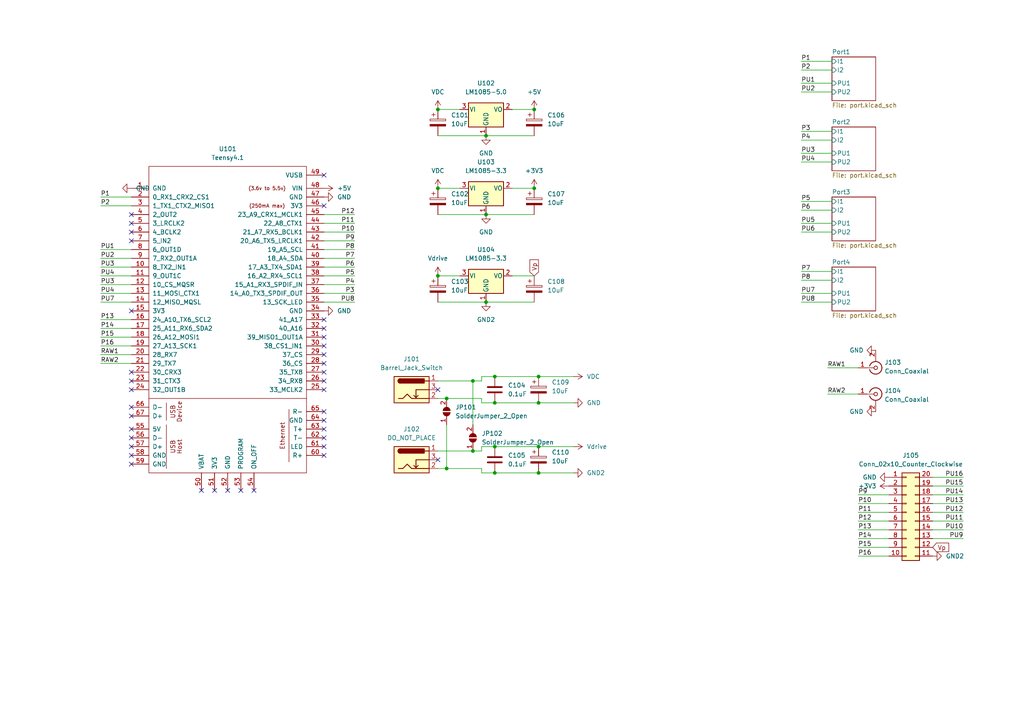
<source format=kicad_sch>
(kicad_sch (version 20211123) (generator eeschema)
  (paper "A4")
  (lib_symbols
    (symbol "Connector:Barrel_Jack_Switch" (pin_names hide)
      (property "Reference" "J" (at 0 5.334 0))
      (property "Value" "Barrel_Jack_Switch" (at 0 -5.08 0))
      (symbol "Barrel_Jack_Switch_0_1"
        (rectangle (start -5.08 3.81) (end 5.08 -3.81) (stroke (width 0.254)) (fill (type background)))
        (arc (start -3.302 3.175) (mid -3.937 2.54) (end -3.302 1.905) (stroke (width 0.254)))
        (arc (start -3.302 3.175) (mid -3.937 2.54) (end -3.302 1.905) (stroke (width 0.254)) (fill (type outline)))
        (polyline (pts (xy 1.27 -2.286) (xy 1.905 -1.651)) (stroke (width 0.254)))
        (polyline (pts (xy 5.08 2.54) (xy 3.81 2.54)) (stroke (width 0.254)))
        (polyline (pts (xy 5.08 0) (xy 1.27 0) (xy 1.27 -2.286) (xy 0.635 -1.651)) (stroke (width 0.254)))
        (polyline (pts (xy -3.81 -2.54) (xy -2.54 -2.54) (xy -1.27 -1.27) (xy 0 -2.54) (xy 2.54 -2.54) (xy 5.08 -2.54)) (stroke (width 0.254)))
        (rectangle (start 3.683 3.175) (end -3.302 1.905) (stroke (width 0.254)) (fill (type outline)))
      )
      (symbol "Barrel_Jack_Switch_1_1"
        (pin passive line (at 7.62 2.54 180) (length 2.54) (name "~") (number "1"))
        (pin passive line (at 7.62 -2.54 180) (length 2.54) (name "~") (number "2"))
        (pin passive line (at 7.62 0 180) (length 2.54) (name "~") (number "3"))
      )
    )
    (symbol "Connector:Conn_Coaxial" (pin_names (offset 1.016) hide)
      (property "Reference" "J" (at 0.254 3.048 0))
      (property "Value" "Conn_Coaxial" (at 2.921 0 90))
      (symbol "Conn_Coaxial_0_1"
        (arc (start -1.778 -0.508) (mid 0.222 -1.808) (end 1.778 0) (stroke (width 0.254)))
        (polyline (pts (xy -2.54 0) (xy -0.508 0)))
        (polyline (pts (xy 0 -2.54) (xy 0 -1.778)))
        (circle (center 0 0) (radius 0.508) (stroke (width 0.2032)))
        (arc (start 1.778 0) (mid 0.2221 1.8083) (end -1.778 0.508) (stroke (width 0.254)))
      )
      (symbol "Conn_Coaxial_1_1"
        (pin passive line (at -5.08 0 0) (length 2.54) (name "In") (number "1"))
        (pin passive line (at 0 -5.08 90) (length 2.54) (name "Ext") (number "2"))
      )
    )
    (symbol "Connector_Generic:Conn_02x10_Counter_Clockwise" (pin_names (offset 1.016) hide)
      (property "Reference" "J" (at 1.27 12.7 0))
      (property "Value" "Conn_02x10_Counter_Clockwise" (at 1.27 -15.24 0))
      (symbol "Conn_02x10_Counter_Clockwise_1_1"
        (rectangle (start -1.27 -12.573) (end 0 -12.827) (stroke (width 0.1524)))
        (rectangle (start -1.27 -10.033) (end 0 -10.287) (stroke (width 0.1524)))
        (rectangle (start -1.27 -7.493) (end 0 -7.747) (stroke (width 0.1524)))
        (rectangle (start -1.27 -4.953) (end 0 -5.207) (stroke (width 0.1524)))
        (rectangle (start -1.27 -2.413) (end 0 -2.667) (stroke (width 0.1524)))
        (rectangle (start -1.27 0.127) (end 0 -0.127) (stroke (width 0.1524)))
        (rectangle (start -1.27 2.667) (end 0 2.413) (stroke (width 0.1524)))
        (rectangle (start -1.27 5.207) (end 0 4.953) (stroke (width 0.1524)))
        (rectangle (start -1.27 7.747) (end 0 7.493) (stroke (width 0.1524)))
        (rectangle (start -1.27 10.287) (end 0 10.033) (stroke (width 0.1524)))
        (rectangle (start -1.27 11.43) (end 3.81 -13.97) (stroke (width 0.254)) (fill (type background)))
        (rectangle (start 3.81 -12.573) (end 2.54 -12.827) (stroke (width 0.1524)))
        (rectangle (start 3.81 -10.033) (end 2.54 -10.287) (stroke (width 0.1524)))
        (rectangle (start 3.81 -7.493) (end 2.54 -7.747) (stroke (width 0.1524)))
        (rectangle (start 3.81 -4.953) (end 2.54 -5.207) (stroke (width 0.1524)))
        (rectangle (start 3.81 -2.413) (end 2.54 -2.667) (stroke (width 0.1524)))
        (rectangle (start 3.81 0.127) (end 2.54 -0.127) (stroke (width 0.1524)))
        (rectangle (start 3.81 2.667) (end 2.54 2.413) (stroke (width 0.1524)))
        (rectangle (start 3.81 5.207) (end 2.54 4.953) (stroke (width 0.1524)))
        (rectangle (start 3.81 7.747) (end 2.54 7.493) (stroke (width 0.1524)))
        (rectangle (start 3.81 10.287) (end 2.54 10.033) (stroke (width 0.1524)))
        (pin passive line (at -5.08 10.16 0) (length 3.81) (name "Pin_1") (number "1"))
        (pin passive line (at -5.08 -12.7 0) (length 3.81) (name "Pin_10") (number "10"))
        (pin passive line (at 7.62 -12.7 180) (length 3.81) (name "Pin_11") (number "11"))
        (pin passive line (at 7.62 -10.16 180) (length 3.81) (name "Pin_12") (number "12"))
        (pin passive line (at 7.62 -7.62 180) (length 3.81) (name "Pin_13") (number "13"))
        (pin passive line (at 7.62 -5.08 180) (length 3.81) (name "Pin_14") (number "14"))
        (pin passive line (at 7.62 -2.54 180) (length 3.81) (name "Pin_15") (number "15"))
        (pin passive line (at 7.62 0 180) (length 3.81) (name "Pin_16") (number "16"))
        (pin passive line (at 7.62 2.54 180) (length 3.81) (name "Pin_17") (number "17"))
        (pin passive line (at 7.62 5.08 180) (length 3.81) (name "Pin_18") (number "18"))
        (pin passive line (at 7.62 7.62 180) (length 3.81) (name "Pin_19") (number "19"))
        (pin passive line (at -5.08 7.62 0) (length 3.81) (name "Pin_2") (number "2"))
        (pin passive line (at 7.62 10.16 180) (length 3.81) (name "Pin_20") (number "20"))
        (pin passive line (at -5.08 5.08 0) (length 3.81) (name "Pin_3") (number "3"))
        (pin passive line (at -5.08 2.54 0) (length 3.81) (name "Pin_4") (number "4"))
        (pin passive line (at -5.08 0 0) (length 3.81) (name "Pin_5") (number "5"))
        (pin passive line (at -5.08 -2.54 0) (length 3.81) (name "Pin_6") (number "6"))
        (pin passive line (at -5.08 -5.08 0) (length 3.81) (name "Pin_7") (number "7"))
        (pin passive line (at -5.08 -7.62 0) (length 3.81) (name "Pin_8") (number "8"))
        (pin passive line (at -5.08 -10.16 0) (length 3.81) (name "Pin_9") (number "9"))
      )
    )
    (symbol "Device:C" (pin_numbers hide) (pin_names (offset 0.254))
      (property "Reference" "C" (at 0.635 2.54 0))
      (property "Value" "C" (at 0.635 -2.54 0))
      (symbol "C_0_1"
        (polyline (pts (xy -2.032 -0.762) (xy 2.032 -0.762)) (stroke (width 0.508)))
        (polyline (pts (xy -2.032 0.762) (xy 2.032 0.762)) (stroke (width 0.508)))
      )
      (symbol "C_1_1"
        (pin passive line (at 0 3.81 270) (length 2.794) (name "~") (number "1"))
        (pin passive line (at 0 -3.81 90) (length 2.794) (name "~") (number "2"))
      )
    )
    (symbol "Device:C_Polarized" (pin_numbers hide) (pin_names (offset 0.254))
      (property "Reference" "C" (at 0.635 2.54 0))
      (property "Value" "C_Polarized" (at 0.635 -2.54 0))
      (symbol "C_Polarized_0_1"
        (rectangle (start -2.286 0.508) (end 2.286 1.016))
        (polyline (pts (xy -1.778 2.286) (xy -0.762 2.286)))
        (polyline (pts (xy -1.27 2.794) (xy -1.27 1.778)))
        (rectangle (start 2.286 -0.508) (end -2.286 -1.016) (fill (type outline)))
      )
      (symbol "C_Polarized_1_1"
        (pin passive line (at 0 3.81 270) (length 2.794) (name "~") (number "1"))
        (pin passive line (at 0 -3.81 90) (length 2.794) (name "~") (number "2"))
      )
    )
    (symbol "Jumper:SolderJumper_2_Open" (pin_names (offset 0) hide)
      (property "Reference" "JP" (at 0 2.032 0))
      (property "Value" "SolderJumper_2_Open" (at 0 -2.54 0))
      (symbol "SolderJumper_2_Open_0_1"
        (arc (start -0.254 1.016) (mid -1.27 0) (end -0.254 -1.016))
        (arc (start -0.254 1.016) (mid -1.27 0) (end -0.254 -1.016) (fill (type outline)))
        (polyline (pts (xy -0.254 1.016) (xy -0.254 -1.016)))
        (polyline (pts (xy 0.254 1.016) (xy 0.254 -1.016)))
        (arc (start 0.254 -1.016) (mid 1.27 0) (end 0.254 1.016))
        (arc (start 0.254 -1.016) (mid 1.27 0) (end 0.254 1.016) (fill (type outline)))
      )
      (symbol "SolderJumper_2_Open_1_1"
        (pin passive line (at -3.81 0 0) (length 2.54) (name "A") (number "1"))
        (pin passive line (at 3.81 0 180) (length 2.54) (name "B") (number "2"))
      )
    )
    (symbol "Regulator_Linear:LM1085-3.3" (pin_names (offset 0.254))
      (property "Reference" "U" (at -3.81 3.175 0))
      (property "Value" "LM1085-3.3" (at 0 3.175 0))
      (symbol "LM1085-3.3_0_1"
        (rectangle (start -5.08 1.905) (end 5.08 -5.08) (stroke (width 0.254)) (fill (type background)))
      )
      (symbol "LM1085-3.3_1_1"
        (pin power_in line (at 0 -7.62 90) (length 2.54) (name "GND") (number "1"))
        (pin power_out line (at 7.62 0 180) (length 2.54) (name "VO") (number "2"))
        (pin power_in line (at -7.62 0 0) (length 2.54) (name "VI") (number "3"))
      )
    )
    (symbol "Regulator_Linear:LM1085-5.0" (pin_names (offset 0.254))
      (property "Reference" "U" (at -3.81 3.175 0))
      (property "Value" "LM1085-5.0" (at 0 3.175 0))
      (symbol "LM1085-5.0_0_1"
        (rectangle (start -5.08 1.905) (end 5.08 -5.08) (stroke (width 0.254)) (fill (type background)))
      )
      (symbol "LM1085-5.0_1_1"
        (pin power_in line (at 0 -7.62 90) (length 2.54) (name "GND") (number "1"))
        (pin power_out line (at 7.62 0 180) (length 2.54) (name "VO") (number "2"))
        (pin power_in line (at -7.62 0 0) (length 2.54) (name "VI") (number "3"))
      )
    )
    (symbol "power:+3.3V" (power) (pin_names (offset 0))
      (property "Value" "+3.3V" (at 0 3.556 0))
      (symbol "+3.3V_0_1"
        (polyline (pts (xy -0.762 1.27) (xy 0 2.54)))
        (polyline (pts (xy 0 0) (xy 0 2.54)))
        (polyline (pts (xy 0 2.54) (xy 0.762 1.27)))
      )
      (symbol "+3.3V_1_1"
        (pin power_in line (at 0 0 90) (length 0) hide (name "+3V3") (number "1"))
      )
    )
    (symbol "power:+5V" (power) (pin_names (offset 0))
      (property "Value" "+5V" (at 0 3.556 0))
      (symbol "+5V_0_1"
        (polyline (pts (xy -0.762 1.27) (xy 0 2.54)))
        (polyline (pts (xy 0 0) (xy 0 2.54)))
        (polyline (pts (xy 0 2.54) (xy 0.762 1.27)))
      )
      (symbol "+5V_1_1"
        (pin power_in line (at 0 0 90) (length 0) hide (name "+5V") (number "1"))
      )
    )
    (symbol "power:GND" (power) (pin_names (offset 0))
      (property "Value" "GND" (at 0 -3.81 0))
      (symbol "GND_0_1"
        (polyline (pts (xy 0 0) (xy 0 -1.27) (xy 1.27 -1.27) (xy 0 -2.54) (xy -1.27 -1.27) (xy 0 -1.27)))
      )
      (symbol "GND_1_1"
        (pin power_in line (at 0 0 270) (length 0) hide (name "GND") (number "1"))
      )
    )
    (symbol "power:GND2" (power) (pin_names (offset 0))
      (property "Value" "GND2" (at 0 -3.81 0))
      (symbol "GND2_0_1"
        (polyline (pts (xy 0 0) (xy 0 -1.27) (xy 1.27 -1.27) (xy 0 -2.54) (xy -1.27 -1.27) (xy 0 -1.27)))
      )
      (symbol "GND2_1_1"
        (pin power_in line (at 0 0 270) (length 0) hide (name "GND2") (number "1"))
      )
    )
    (symbol "power:VDC" (power) (pin_names (offset 0))
      (property "Value" "VDC" (at 0 6.35 0))
      (symbol "VDC_0_1"
        (polyline (pts (xy -0.762 1.27) (xy 0 2.54)))
        (polyline (pts (xy 0 0) (xy 0 2.54)))
        (polyline (pts (xy 0 2.54) (xy 0.762 1.27)))
      )
      (symbol "VDC_1_1"
        (pin power_in line (at 0 0 90) (length 0) hide (name "VDC") (number "1"))
      )
    )
    (symbol "power:Vdrive" (power) (pin_names (offset 0))
      (property "Value" "Vdrive" (at 0 3.81 0))
      (symbol "Vdrive_0_1"
        (polyline (pts (xy -0.762 1.27) (xy 0 2.54)))
        (polyline (pts (xy 0 0) (xy 0 2.54)))
        (polyline (pts (xy 0 2.54) (xy 0.762 1.27)))
      )
      (symbol "Vdrive_1_1"
        (pin power_in line (at 0 0 90) (length 0) hide (name "Vdrive") (number "1"))
      )
    )
    (symbol "teensy:Teensy4.1" (pin_names (offset 1.016))
      (property "Reference" "U" (at 0 64.77 0))
      (property "Value" "Teensy4.1" (at 0 62.23 0))
      (symbol "Teensy4.1_0_0"
        (polyline (pts (xy -22.86 -6.35) (xy 22.86 -6.35)))
        (polyline (pts (xy -17.78 -26.67) (xy -17.78 -13.97)))
        (polyline (pts (xy -17.78 -7.62) (xy -17.78 -12.7)))
        (polyline (pts (xy 17.78 -9.525) (xy 17.78 -24.765)))
        (text "(250mA max)" (at 11.43 49.53 0) (effects (font (size 1.016 1.016))))
        (text "(3.6v to 5.5v)" (at 11.43 54.61 0) (effects (font (size 1.016 1.016))))
        (text "Device" (at -13.97 -10.16 900) (effects (font (size 1.27 1.27))))
        (text "Ethernet" (at 15.875 -17.145 900) (effects (font (size 1.27 1.27))))
        (text "Host" (at -13.97 -20.32 900) (effects (font (size 1.27 1.27))))
        (text "USB" (at -15.875 -20.32 900) (effects (font (size 1.27 1.27))))
        (text "USB" (at -15.875 -10.16 900) (effects (font (size 1.27 1.27))))
        (pin bidirectional line (at -27.94 31.75 0) (length 5.08) (name "8_TX2_IN1") (number "10"))
        (pin bidirectional line (at -27.94 29.21 0) (length 5.08) (name "9_OUT1C") (number "11"))
        (pin bidirectional line (at -27.94 26.67 0) (length 5.08) (name "10_CS_MQSR") (number "12"))
        (pin bidirectional line (at -27.94 24.13 0) (length 5.08) (name "11_MOSI_CTX1") (number "13"))
        (pin bidirectional line (at -27.94 21.59 0) (length 5.08) (name "12_MISO_MQSL") (number "14"))
        (pin power_in line (at -27.94 19.05 0) (length 5.08) (name "3V3") (number "15"))
        (pin bidirectional line (at -27.94 16.51 0) (length 5.08) (name "24_A10_TX6_SCL2") (number "16"))
        (pin bidirectional line (at -27.94 13.97 0) (length 5.08) (name "25_A11_RX6_SDA2") (number "17"))
        (pin bidirectional line (at -27.94 11.43 0) (length 5.08) (name "26_A12_MOSI1") (number "18"))
        (pin bidirectional line (at -27.94 8.89 0) (length 5.08) (name "27_A13_SCK1") (number "19"))
        (pin bidirectional line (at -27.94 6.35 0) (length 5.08) (name "28_RX7") (number "20"))
        (pin bidirectional line (at -27.94 3.81 0) (length 5.08) (name "29_TX7") (number "21"))
        (pin bidirectional line (at -27.94 1.27 0) (length 5.08) (name "30_CRX3") (number "22"))
        (pin bidirectional line (at -27.94 -1.27 0) (length 5.08) (name "31_CTX3") (number "23"))
        (pin bidirectional line (at -27.94 -3.81 0) (length 5.08) (name "32_OUT1B") (number "24"))
        (pin bidirectional line (at 27.94 -3.81 180) (length 5.08) (name "33_MCLK2") (number "25"))
        (pin bidirectional line (at 27.94 -1.27 180) (length 5.08) (name "34_RX8") (number "26"))
        (pin bidirectional line (at 27.94 1.27 180) (length 5.08) (name "35_TX8") (number "27"))
        (pin bidirectional line (at 27.94 3.81 180) (length 5.08) (name "36_CS") (number "28"))
        (pin bidirectional line (at 27.94 6.35 180) (length 5.08) (name "37_CS") (number "29"))
        (pin bidirectional line (at 27.94 8.89 180) (length 5.08) (name "38_CS1_IN1") (number "30"))
        (pin bidirectional line (at 27.94 11.43 180) (length 5.08) (name "39_MISO1_OUT1A") (number "31"))
        (pin bidirectional line (at 27.94 13.97 180) (length 5.08) (name "40_A16") (number "32"))
        (pin bidirectional line (at 27.94 16.51 180) (length 5.08) (name "41_A17") (number "33"))
        (pin bidirectional line (at 27.94 21.59 180) (length 5.08) (name "13_SCK_LED") (number "35"))
        (pin bidirectional line (at 27.94 24.13 180) (length 5.08) (name "14_A0_TX3_SPDIF_OUT") (number "36"))
        (pin bidirectional line (at 27.94 26.67 180) (length 5.08) (name "15_A1_RX3_SPDIF_IN") (number "37"))
        (pin bidirectional line (at 27.94 29.21 180) (length 5.08) (name "16_A2_RX4_SCL1") (number "38"))
        (pin bidirectional line (at 27.94 31.75 180) (length 5.08) (name "17_A3_TX4_SDA1") (number "39"))
        (pin bidirectional line (at 27.94 34.29 180) (length 5.08) (name "18_A4_SDA") (number "40"))
        (pin bidirectional line (at 27.94 36.83 180) (length 5.08) (name "19_A5_SCL") (number "41"))
        (pin bidirectional line (at 27.94 39.37 180) (length 5.08) (name "20_A6_TX5_LRCLK1") (number "42"))
        (pin bidirectional line (at 27.94 41.91 180) (length 5.08) (name "21_A7_RX5_BCLK1") (number "43"))
        (pin bidirectional line (at 27.94 44.45 180) (length 5.08) (name "22_A8_CTX1") (number "44"))
        (pin bidirectional line (at 27.94 46.99 180) (length 5.08) (name "23_A9_CRX1_MCLK1") (number "45"))
        (pin output line (at 27.94 49.53 180) (length 5.08) (name "3V3") (number "46"))
        (pin output line (at 27.94 52.07 180) (length 5.08) (name "GND") (number "47"))
        (pin power_in line (at 27.94 54.61 180) (length 5.08) (name "VIN") (number "48"))
        (pin power_out line (at 27.94 58.42 180) (length 5.08) (name "VUSB") (number "49"))
        (pin bidirectional line (at -27.94 44.45 0) (length 5.08) (name "3_LRCLK2") (number "5"))
        (pin power_in line (at -7.62 -33.02 90) (length 5.08) (name "VBAT") (number "50"))
        (pin power_in line (at -3.81 -33.02 90) (length 5.08) (name "3V3") (number "51"))
        (pin input line (at 0 -33.02 90) (length 5.08) (name "GND") (number "52"))
        (pin input line (at 3.81 -33.02 90) (length 5.08) (name "PROGRAM") (number "53"))
        (pin input line (at 7.62 -33.02 90) (length 5.08) (name "ON_OFF") (number "54"))
        (pin power_out line (at -27.94 -15.24 0) (length 5.08) (name "5V") (number "55"))
        (pin bidirectional line (at -27.94 -17.78 0) (length 5.08) (name "D-") (number "56"))
        (pin bidirectional line (at -27.94 -20.32 0) (length 5.08) (name "D+") (number "57"))
        (pin power_in line (at -27.94 -22.86 0) (length 5.08) (name "GND") (number "58"))
        (pin power_in line (at -27.94 -25.4 0) (length 5.08) (name "GND") (number "59"))
        (pin bidirectional line (at -27.94 41.91 0) (length 5.08) (name "4_BCLK2") (number "6"))
        (pin bidirectional line (at 27.94 -22.86 180) (length 5.08) (name "R+") (number "60"))
        (pin bidirectional line (at 27.94 -20.32 180) (length 5.08) (name "LED") (number "61"))
        (pin bidirectional line (at 27.94 -17.78 180) (length 5.08) (name "T-") (number "62"))
        (pin bidirectional line (at 27.94 -15.24 180) (length 5.08) (name "T+") (number "63"))
        (pin power_in line (at 27.94 -12.7 180) (length 5.08) (name "GND") (number "64"))
        (pin bidirectional line (at 27.94 -10.16 180) (length 5.08) (name "R-") (number "65"))
        (pin bidirectional line (at -27.94 -8.89 0) (length 5.08) (name "D-") (number "66"))
        (pin bidirectional line (at -27.94 -11.43 0) (length 5.08) (name "D+") (number "67"))
        (pin bidirectional line (at -27.94 39.37 0) (length 5.08) (name "5_IN2") (number "7"))
        (pin bidirectional line (at -27.94 36.83 0) (length 5.08) (name "6_OUT1D") (number "8"))
        (pin bidirectional line (at -27.94 34.29 0) (length 5.08) (name "7_RX2_OUT1A") (number "9"))
      )
      (symbol "Teensy4.1_0_1"
        (rectangle (start -22.86 60.96) (end 22.86 -27.94))
        (rectangle (start -20.32 -1.27) (end -20.32 -1.27))
      )
      (symbol "Teensy4.1_1_1"
        (pin power_in line (at -27.94 54.61 0) (length 5.08) (name "GND") (number "1"))
        (pin bidirectional line (at -27.94 52.07 0) (length 5.08) (name "0_RX1_CRX2_CS1") (number "2"))
        (pin bidirectional line (at -27.94 49.53 0) (length 5.08) (name "1_TX1_CTX2_MISO1") (number "3"))
        (pin power_in line (at 27.94 19.05 180) (length 5.08) (name "GND") (number "34"))
        (pin bidirectional line (at -27.94 46.99 0) (length 5.08) (name "2_OUT2") (number "4"))
      )
    )
  )
  (junction (at 156.21 116.84))
  (junction (at 127 31.75))
  (junction (at 140.97 39.37))
  (junction (at 140.97 87.63))
  (junction (at 137.16 130.81))
  (junction (at 143.51 129.54))
  (junction (at 154.94 31.75))
  (junction (at 143.51 116.84))
  (junction (at 143.51 137.16))
  (junction (at 154.94 54.61))
  (junction (at 127 80.01))
  (junction (at 129.54 135.89))
  (junction (at 140.97 62.23))
  (junction (at 127 54.61))
  (junction (at 156.21 137.16))
  (junction (at 156.21 109.22))
  (junction (at 129.54 115.57))
  (junction (at 156.21 129.54))
  (junction (at 137.16 110.49))
  (junction (at 143.51 109.22))
  (no_connect (at 127 113.03))
  (no_connect (at 127 133.35))
  (no_connect (at 38.1 62.23))
  (no_connect (at 38.1 64.77))
  (no_connect (at 38.1 67.31))
  (no_connect (at 38.1 69.85))
  (no_connect (at 93.98 129.54))
  (no_connect (at 93.98 132.08))
  (no_connect (at 93.98 95.25))
  (no_connect (at 93.98 92.71))
  (no_connect (at 93.98 102.87))
  (no_connect (at 93.98 100.33))
  (no_connect (at 93.98 97.79))
  (no_connect (at 93.98 113.03))
  (no_connect (at 93.98 110.49))
  (no_connect (at 93.98 105.41))
  (no_connect (at 93.98 107.95))
  (no_connect (at 93.98 119.38))
  (no_connect (at 93.98 121.92))
  (no_connect (at 93.98 124.46))
  (no_connect (at 93.98 127))
  (no_connect (at 38.1 124.46))
  (no_connect (at 38.1 127))
  (no_connect (at 38.1 129.54))
  (no_connect (at 38.1 132.08))
  (no_connect (at 38.1 134.62))
  (no_connect (at 73.66 142.24))
  (no_connect (at 69.85 142.24))
  (no_connect (at 66.04 142.24))
  (no_connect (at 62.23 142.24))
  (no_connect (at 58.42 142.24))
  (no_connect (at 38.1 120.65))
  (no_connect (at 38.1 118.11))
  (no_connect (at 38.1 113.03))
  (no_connect (at 38.1 110.49))
  (no_connect (at 38.1 107.95))
  (no_connect (at 93.98 59.69))
  (no_connect (at 38.1 90.17))
  (no_connect (at 93.98 50.8))
  (wire (pts (xy 148.59 54.61) (xy 154.94 54.61)))
  (wire (pts (xy 29.21 87.63) (xy 38.1 87.63)))
  (wire (pts (xy 29.21 100.33) (xy 38.1 100.33)))
  (wire (pts (xy 156.21 116.84) (xy 166.37 116.84)))
  (wire (pts (xy 232.41 67.31) (xy 241.3 67.31)))
  (wire (pts (xy 29.21 105.41) (xy 38.1 105.41)))
  (wire (pts (xy 232.41 17.78) (xy 241.3 17.78)))
  (wire (pts (xy 232.41 24.13) (xy 241.3 24.13)))
  (wire (pts (xy 127 87.63) (xy 140.97 87.63)))
  (wire (pts (xy 102.87 82.55) (xy 93.98 82.55)))
  (wire (pts (xy 139.7 137.16) (xy 143.51 137.16)))
  (wire (pts (xy 279.4 138.43) (xy 270.51 138.43)))
  (wire (pts (xy 156.21 137.16) (xy 166.37 137.16)))
  (wire (pts (xy 248.92 161.29) (xy 257.81 161.29)))
  (wire (pts (xy 143.51 109.22) (xy 139.7 109.22)))
  (wire (pts (xy 127 130.81) (xy 137.16 130.81)))
  (wire (pts (xy 29.21 82.55) (xy 38.1 82.55)))
  (wire (pts (xy 102.87 80.01) (xy 93.98 80.01)))
  (wire (pts (xy 232.41 81.28) (xy 241.3 81.28)))
  (wire (pts (xy 102.87 72.39) (xy 93.98 72.39)))
  (wire (pts (xy 232.41 85.09) (xy 241.3 85.09)))
  (wire (pts (xy 102.87 69.85) (xy 93.98 69.85)))
  (wire (pts (xy 140.97 39.37) (xy 154.94 39.37)))
  (wire (pts (xy 279.4 156.21) (xy 270.51 156.21)))
  (wire (pts (xy 127 115.57) (xy 129.54 115.57)))
  (wire (pts (xy 129.54 115.57) (xy 139.7 115.57)))
  (wire (pts (xy 29.21 85.09) (xy 38.1 85.09)))
  (wire (pts (xy 248.92 158.75) (xy 257.81 158.75)))
  (wire (pts (xy 232.41 58.42) (xy 241.3 58.42)))
  (wire (pts (xy 29.21 80.01) (xy 38.1 80.01)))
  (wire (pts (xy 139.7 115.57) (xy 139.7 116.84)))
  (wire (pts (xy 29.21 95.25) (xy 38.1 95.25)))
  (wire (pts (xy 148.59 31.75) (xy 154.94 31.75)))
  (wire (pts (xy 148.59 80.01) (xy 154.94 80.01)))
  (wire (pts (xy 232.41 38.1) (xy 241.3 38.1)))
  (wire (pts (xy 279.4 153.67) (xy 270.51 153.67)))
  (wire (pts (xy 139.7 135.89) (xy 139.7 137.16)))
  (wire (pts (xy 137.16 110.49) (xy 139.7 110.49)))
  (wire (pts (xy 102.87 74.93) (xy 93.98 74.93)))
  (wire (pts (xy 156.21 129.54) (xy 143.51 129.54)))
  (wire (pts (xy 102.87 67.31) (xy 93.98 67.31)))
  (wire (pts (xy 140.97 87.63) (xy 154.94 87.63)))
  (wire (pts (xy 232.41 60.96) (xy 241.3 60.96)))
  (wire (pts (xy 140.97 62.23) (xy 154.94 62.23)))
  (wire (pts (xy 279.4 146.05) (xy 270.51 146.05)))
  (wire (pts (xy 248.92 143.51) (xy 257.81 143.51)))
  (wire (pts (xy 279.4 140.97) (xy 270.51 140.97)))
  (wire (pts (xy 29.21 74.93) (xy 38.1 74.93)))
  (wire (pts (xy 232.41 20.32) (xy 241.3 20.32)))
  (wire (pts (xy 127 80.01) (xy 133.35 80.01)))
  (wire (pts (xy 127 62.23) (xy 140.97 62.23)))
  (wire (pts (xy 279.4 143.51) (xy 270.51 143.51)))
  (wire (pts (xy 166.37 109.22) (xy 156.21 109.22)))
  (wire (pts (xy 127 54.61) (xy 133.35 54.61)))
  (wire (pts (xy 248.92 151.13) (xy 257.81 151.13)))
  (wire (pts (xy 29.21 97.79) (xy 38.1 97.79)))
  (wire (pts (xy 232.41 26.67) (xy 241.3 26.67)))
  (wire (pts (xy 139.7 116.84) (xy 143.51 116.84)))
  (wire (pts (xy 127 135.89) (xy 129.54 135.89)))
  (wire (pts (xy 29.21 72.39) (xy 38.1 72.39)))
  (wire (pts (xy 137.16 130.81) (xy 139.7 130.81)))
  (wire (pts (xy 102.87 62.23) (xy 93.98 62.23)))
  (wire (pts (xy 156.21 109.22) (xy 143.51 109.22)))
  (wire (pts (xy 232.41 44.45) (xy 241.3 44.45)))
  (wire (pts (xy 102.87 77.47) (xy 93.98 77.47)))
  (wire (pts (xy 279.4 151.13) (xy 270.51 151.13)))
  (wire (pts (xy 139.7 129.54) (xy 139.7 130.81)))
  (wire (pts (xy 129.54 123.19) (xy 129.54 135.89)))
  (wire (pts (xy 127 110.49) (xy 137.16 110.49)))
  (wire (pts (xy 232.41 64.77) (xy 241.3 64.77)))
  (wire (pts (xy 102.87 64.77) (xy 93.98 64.77)))
  (wire (pts (xy 129.54 135.89) (xy 139.7 135.89)))
  (wire (pts (xy 166.37 129.54) (xy 156.21 129.54)))
  (wire (pts (xy 248.92 146.05) (xy 257.81 146.05)))
  (wire (pts (xy 127 39.37) (xy 140.97 39.37)))
  (wire (pts (xy 248.92 148.59) (xy 257.81 148.59)))
  (wire (pts (xy 248.92 153.67) (xy 257.81 153.67)))
  (wire (pts (xy 240.03 114.3) (xy 248.92 114.3)))
  (wire (pts (xy 29.21 57.15) (xy 38.1 57.15)))
  (wire (pts (xy 232.41 46.99) (xy 241.3 46.99)))
  (wire (pts (xy 143.51 129.54) (xy 139.7 129.54)))
  (wire (pts (xy 143.51 137.16) (xy 156.21 137.16)))
  (wire (pts (xy 29.21 59.69) (xy 38.1 59.69)))
  (wire (pts (xy 232.41 78.74) (xy 241.3 78.74)))
  (wire (pts (xy 232.41 87.63) (xy 241.3 87.63)))
  (wire (pts (xy 240.03 106.68) (xy 248.92 106.68)))
  (wire (pts (xy 232.41 40.64) (xy 241.3 40.64)))
  (wire (pts (xy 279.4 148.59) (xy 270.51 148.59)))
  (wire (pts (xy 143.51 116.84) (xy 156.21 116.84)))
  (wire (pts (xy 29.21 92.71) (xy 38.1 92.71)))
  (wire (pts (xy 139.7 109.22) (xy 139.7 110.49)))
  (wire (pts (xy 248.92 156.21) (xy 257.81 156.21)))
  (wire (pts (xy 127 31.75) (xy 133.35 31.75)))
  (wire (pts (xy 137.16 110.49) (xy 137.16 123.19)))
  (wire (pts (xy 102.87 87.63) (xy 93.98 87.63)))
  (wire (pts (xy 29.21 77.47) (xy 38.1 77.47)))
  (wire (pts (xy 102.87 85.09) (xy 93.98 85.09)))
  (wire (pts (xy 29.21 102.87) (xy 38.1 102.87)))
  (label "P2" (at 232.41 20.32 0))
  (label "P16" (at 248.92 161.29 0))
  (label "P10" (at 248.92 146.05 0))
  (label "P8" (at 232.41 81.28 0))
  (label "PU2" (at 29.21 74.93 0))
  (label "PU12" (at 279.4 148.59 180))
  (label "PU5" (at 232.41 64.77 0))
  (label "P1" (at 29.21 57.15 0))
  (label "PU4" (at 29.21 80.01 0))
  (label "RAW1" (at 240.03 106.68 0))
  (label "P5" (at 232.41 58.42 0))
  (label "PU4" (at 29.21 85.09 0))
  (label "PU16" (at 279.4 138.43 180))
  (label "P8" (at 102.87 72.39 180))
  (label "PU11" (at 279.4 151.13 180))
  (label "PU15" (at 279.4 140.97 180))
  (label "P14" (at 29.21 95.25 0))
  (label "PU3" (at 232.41 44.45 0))
  (label "PU8" (at 102.87 87.63 180))
  (label "PU6" (at 232.41 67.31 0))
  (label "P13" (at 248.92 153.67 0))
  (label "P12" (at 248.92 151.13 0))
  (label "RAW2" (at 29.21 105.41 0))
  (label "P7" (at 102.87 74.93 180))
  (label "P15" (at 248.92 158.75 0))
  (label "PU10" (at 279.4 153.67 180))
  (label "RAW1" (at 29.21 102.87 0))
  (label "P16" (at 29.21 100.33 0))
  (label "PU3" (at 29.21 82.55 0))
  (label "PU8" (at 232.41 87.63 0))
  (label "PU9" (at 279.4 156.21 180))
  (label "P4" (at 102.87 82.55 180))
  (label "P3" (at 102.87 85.09 180))
  (label "P6" (at 232.41 60.96 0))
  (label "P4" (at 232.41 40.64 0))
  (label "PU1" (at 232.41 24.13 0))
  (label "RAW2" (at 240.03 114.3 0))
  (label "P1" (at 232.41 17.78 0))
  (label "P14" (at 248.92 156.21 0))
  (label "PU1" (at 29.21 72.39 0))
  (label "P5" (at 102.87 80.01 180))
  (label "P13" (at 29.21 92.71 0))
  (label "PU7" (at 232.41 85.09 0))
  (label "P7" (at 232.41 78.74 0))
  (label "P3" (at 232.41 38.1 0))
  (label "PU4" (at 232.41 46.99 0))
  (label "P12" (at 102.87 62.23 180))
  (label "P11" (at 102.87 64.77 180))
  (label "PU2" (at 232.41 26.67 0))
  (label "P6" (at 102.87 77.47 180))
  (label "P10" (at 102.87 67.31 180))
  (label "PU7" (at 29.21 87.63 0))
  (label "P9" (at 102.87 69.85 180))
  (label "P15" (at 29.21 97.79 0))
  (label "PU13" (at 279.4 146.05 180))
  (label "P9" (at 248.92 143.51 0))
  (label "PU14" (at 279.4 143.51 180))
  (label "PU3" (at 29.21 77.47 0))
  (label "P11" (at 248.92 148.59 0))
  (label "P2" (at 29.21 59.69 0))
  (global_label "Vp" (shape input) (at 270.51 158.75 0) (property "Intersheet References" "${INTERSHEET_REFS}" (effects hide)))
  (global_label "Vp" (shape input) (at 154.94 80.01 90) (property "Intersheet References" "${INTERSHEET_REFS}" (effects hide)))
  (symbol (lib_id "Device:C_Polarized") (at 156.21 133.35 0) (unit 1)
    (property "Reference" "C110" (at 160.02 131.1909 0) (effects (justify left)))
    (property "Value" "10uF" (at 160.02 133.7309 0) (effects (justify left)))
    (property "Footprint" "Capacitor_Tantalum_SMD:CP_EIA-6032-28_Kemet-C" (effects hide))
  )
  (symbol (lib_id "Device:C_Polarized") (at 156.21 113.03 0) (unit 1)
    (property "Reference" "C109" (at 160.02 110.8709 0) (effects (justify left)))
    (property "Value" "10uF" (at 160.02 113.4109 0) (effects (justify left)))
    (property "Footprint" "Capacitor_Tantalum_SMD:CP_EIA-6032-28_Kemet-C" (effects hide))
  )
  (symbol (lib_id "Device:C_Polarized") (at 154.94 83.82 0) (unit 1)
    (property "Reference" "C108" (at 158.75 81.6609 0) (effects (justify left)))
    (property "Value" "10uF" (at 158.75 84.2009 0) (effects (justify left)))
    (property "Footprint" "Capacitor_Tantalum_SMD:CP_EIA-6032-28_Kemet-C" (effects hide))
  )
  (symbol (lib_id "power:+5V") (at 93.98 54.61 270) (unit 1)
    (property "Reference" "#PWR0102" (effects hide))
    (property "Value" "+5V" (at 97.79 54.6099 90) (effects (justify left)))
  )
  (symbol (lib_id "Jumper:SolderJumper_2_Open") (at 129.54 119.38 90) (unit 1)
    (property "Reference" "JP101" (at 132.08 118.1099 90) (effects (justify right)))
    (property "Value" "SolderJumper_2_Open" (at 132.08 120.6499 90) (effects (justify right)))
    (property "Footprint" "Jumper:SolderJumper-2_P1.3mm_Open_TrianglePad1.0x1.5mm" (effects hide))
  )
  (symbol (lib_id "power:VDC") (at 127 31.75 0) (unit 1)
    (property "Reference" "#PWR0105" (effects hide))
    (property "Value" "VDC" (at 127 26.67 0))
  )
  (symbol (lib_id "Device:C") (at 143.51 113.03 0) (unit 1)
    (property "Reference" "C104" (at 147.32 111.7599 0) (effects (justify left)))
    (property "Value" "0.1uF" (at 147.32 114.2999 0) (effects (justify left)))
    (property "Footprint" "Capacitor_SMD:C_0603_1608Metric" (effects hide))
  )
  (symbol (lib_id "power:GND") (at 254 101.6 270) (unit 1)
    (property "Reference" "#PWR0117" (effects hide))
    (property "Value" "GND" (at 246.38 101.6 90) (effects (justify left)))
  )
  (symbol (lib_id "Connector:Barrel_Jack_Switch") (at 119.38 133.35 0) (unit 1)
    (property "Reference" "J102" (at 119.38 124.46 0))
    (property "Value" "DO_NOT_PLACE" (at 119.38 127 0))
    (property "Footprint" "Connector_BarrelJack:BarrelJack_Wuerth_6941xx301002" (effects hide))
  )
  (symbol (lib_id "power:GND") (at 93.98 90.17 90) (unit 1)
    (property "Reference" "#PWR0104" (effects hide))
    (property "Value" "GND" (at 97.79 90.1699 90) (effects (justify right)))
  )
  (symbol (lib_id "power:GND") (at 254 119.38 270) (unit 1)
    (property "Reference" "#PWR0118" (effects hide))
    (property "Value" "GND" (at 246.38 119.38 90) (effects (justify left)))
  )
  (symbol (lib_id "power:+5V") (at 154.94 31.75 0) (unit 1)
    (property "Reference" "#PWR0111" (effects hide))
    (property "Value" "+5V" (at 154.94 26.67 0))
  )
  (symbol (lib_id "power:GND2") (at 166.37 137.16 90) (unit 1)
    (property "Reference" "#PWR0116" (effects hide))
    (property "Value" "GND2" (at 170.18 137.1599 90) (effects (justify right)))
  )
  (symbol (lib_id "power:Vdrive") (at 166.37 129.54 270) (unit 1)
    (property "Reference" "#PWR0115" (effects hide))
    (property "Value" "Vdrive" (at 170.18 129.5399 90) (effects (justify left)))
  )
  (symbol (lib_id "power:GND") (at 140.97 62.23 0) (unit 1)
    (property "Reference" "#PWR0109" (effects hide))
    (property "Value" "GND" (at 140.97 67.31 0))
  )
  (symbol (lib_id "Device:C_Polarized") (at 154.94 58.42 0) (unit 1)
    (property "Reference" "C107" (at 158.75 56.2609 0) (effects (justify left)))
    (property "Value" "10uF" (at 158.75 58.8009 0) (effects (justify left)))
    (property "Footprint" "Capacitor_Tantalum_SMD:CP_EIA-6032-28_Kemet-C" (effects hide))
  )
  (symbol (lib_id "Device:C_Polarized") (at 127 35.56 0) (unit 1)
    (property "Reference" "C101" (at 130.81 33.4009 0) (effects (justify left)))
    (property "Value" "10uF" (at 130.81 35.9409 0) (effects (justify left)))
    (property "Footprint" "Capacitor_Tantalum_SMD:CP_EIA-6032-28_Kemet-C" (effects hide))
  )
  (symbol (lib_id "Device:C_Polarized") (at 127 58.42 0) (unit 1)
    (property "Reference" "C102" (at 130.81 56.2609 0) (effects (justify left)))
    (property "Value" "10uF" (at 130.81 58.8009 0) (effects (justify left)))
    (property "Footprint" "Capacitor_Tantalum_SMD:CP_EIA-6032-28_Kemet-C" (effects hide))
  )
  (symbol (lib_id "Connector_Generic:Conn_02x10_Counter_Clockwise") (at 262.89 148.59 0) (unit 1)
    (property "Reference" "J105" (at 264.16 132.08 0))
    (property "Value" "Conn_02x10_Counter_Clockwise" (at 264.16 134.62 0))
    (property "Footprint" "Connector_IDC:IDC-Header_2x10_P2.54mm_Vertical" (effects hide))
  )
  (symbol (lib_id "Connector:Conn_Coaxial") (at 254 114.3 0) (unit 1)
    (property "Reference" "J104" (at 256.54 113.3231 0) (effects (justify left)))
    (property "Value" "Conn_Coaxial" (at 256.54 115.8631 0) (effects (justify left)))
    (property "Footprint" "Connector_Coaxial:BNC_Amphenol_B6252HB-NPP3G-50_Horizontal" (effects hide))
    (property "Datasheet" " ~" (effects hide))
  )
  (symbol (lib_id "Regulator_Linear:LM1085-3.3") (at 140.97 80.01 0) (unit 1)
    (property "Reference" "U104" (at 140.97 72.39 0))
    (property "Value" "LM1085-3.3" (at 140.97 74.93 0))
    (property "Footprint" "Package_TO_SOT_SMD:TO-263-3_TabPin2" (effects hide))
    (property "Datasheet" "http://www.ti.com/lit/ds/symlink/lm1085.pdf" (effects hide))
  )
  (symbol (lib_id "Jumper:SolderJumper_2_Open") (at 137.16 127 90) (unit 1)
    (property "Reference" "JP102" (at 139.7 125.7299 90) (effects (justify right)))
    (property "Value" "SolderJumper_2_Open" (at 139.7 128.2699 90) (effects (justify right)))
    (property "Footprint" "Jumper:SolderJumper-2_P1.3mm_Open_TrianglePad1.0x1.5mm" (effects hide))
  )
  (symbol (lib_id "teensy:Teensy4.1") (at 66.04 109.22 0) (unit 1)
    (property "Reference" "U101" (at 66.04 43.18 0))
    (property "Value" "Teensy4.1" (at 66.04 45.72 0))
    (property "Footprint" "pretty:Teensy41" (effects hide))
  )
  (symbol (lib_id "power:GND") (at 166.37 116.84 90) (unit 1)
    (property "Reference" "#PWR0114" (effects hide))
    (property "Value" "GND" (at 170.18 116.8399 90) (effects (justify right)))
  )
  (symbol (lib_id "power:GND") (at 140.97 39.37 0) (unit 1)
    (property "Reference" "#PWR0108" (effects hide))
    (property "Value" "GND" (at 140.97 44.45 0))
  )
  (symbol (lib_id "power:+3.3V") (at 154.94 54.61 0) (unit 1)
    (property "Reference" "#PWR0112" (effects hide))
    (property "Value" "+3.3V" (at 154.94 49.53 0))
  )
  (symbol (lib_id "power:GND2") (at 270.51 161.29 90) (unit 1)
    (property "Reference" "#PWR0121" (effects hide))
    (property "Value" "GND2" (at 274.32 161.2899 90) (effects (justify right)))
  )
  (symbol (lib_id "power:GND2") (at 140.97 87.63 0) (unit 1)
    (property "Reference" "#PWR0110" (effects hide))
    (property "Value" "GND2" (at 140.97 92.71 0))
  )
  (symbol (lib_id "Regulator_Linear:LM1085-3.3") (at 140.97 54.61 0) (unit 1)
    (property "Reference" "U103" (at 140.97 46.99 0))
    (property "Value" "LM1085-3.3" (at 140.97 49.53 0))
    (property "Footprint" "Package_TO_SOT_SMD:TO-263-3_TabPin2" (effects hide))
    (property "Datasheet" "http://www.ti.com/lit/ds/symlink/lm1085.pdf" (effects hide))
  )
  (symbol (lib_id "Connector:Conn_Coaxial") (at 254 106.68 0) (mirror x) (unit 1)
    (property "Reference" "J103" (at 256.54 105.1167 0) (effects (justify left)))
    (property "Value" "Conn_Coaxial" (at 256.54 107.6567 0) (effects (justify left)))
    (property "Footprint" "Connector_Coaxial:BNC_Amphenol_B6252HB-NPP3G-50_Horizontal" (effects hide))
    (property "Datasheet" " ~" (effects hide))
  )
  (symbol (lib_id "power:VDC") (at 127 54.61 0) (unit 1)
    (property "Reference" "#PWR0106" (effects hide))
    (property "Value" "VDC" (at 127 49.53 0))
  )
  (symbol (lib_id "Device:C_Polarized") (at 154.94 35.56 0) (unit 1)
    (property "Reference" "C106" (at 158.75 33.4009 0) (effects (justify left)))
    (property "Value" "10uF" (at 158.75 35.9409 0) (effects (justify left)))
    (property "Footprint" "Capacitor_Tantalum_SMD:CP_EIA-6032-28_Kemet-C" (effects hide))
  )
  (symbol (lib_id "power:VDC") (at 166.37 109.22 270) (unit 1)
    (property "Reference" "#PWR0113" (effects hide))
    (property "Value" "VDC" (at 170.18 109.2199 90) (effects (justify left)))
  )
  (symbol (lib_id "Regulator_Linear:LM1085-5.0") (at 140.97 31.75 0) (unit 1)
    (property "Reference" "U102" (at 140.97 24.13 0))
    (property "Value" "LM1085-5.0" (at 140.97 26.67 0))
    (property "Footprint" "Package_TO_SOT_SMD:TO-263-3_TabPin2" (effects hide))
    (property "Datasheet" "http://www.ti.com/lit/ds/symlink/lm1085.pdf" (effects hide))
  )
  (symbol (lib_id "power:+3.3V") (at 257.81 140.97 90) (unit 1)
    (property "Reference" "#PWR0120" (effects hide))
    (property "Value" "+3.3V" (at 248.92 140.97 90) (effects (justify right)))
  )
  (symbol (lib_id "power:GND") (at 38.1 54.61 270) (unit 1)
    (property "Reference" "#PWR0101" (effects hide))
    (property "Value" "GND" (at 39.37 54.6099 90) (effects (justify left)))
  )
  (symbol (lib_id "power:GND") (at 93.98 57.15 90) (unit 1)
    (property "Reference" "#PWR0103" (effects hide))
    (property "Value" "GND" (at 97.79 57.1499 90) (effects (justify right)))
  )
  (symbol (lib_id "Device:C_Polarized") (at 127 83.82 0) (unit 1)
    (property "Reference" "C103" (at 130.81 81.6609 0) (effects (justify left)))
    (property "Value" "10uF" (at 130.81 84.2009 0) (effects (justify left)))
    (property "Footprint" "Capacitor_Tantalum_SMD:CP_EIA-6032-28_Kemet-C" (effects hide))
  )
  (symbol (lib_id "power:Vdrive") (at 127 80.01 0) (unit 1)
    (property "Reference" "#PWR0107" (effects hide))
    (property "Value" "Vdrive" (at 127 74.93 0))
  )
  (symbol (lib_id "power:GND") (at 257.81 138.43 270) (unit 1)
    (property "Reference" "#PWR0119" (effects hide))
    (property "Value" "GND" (at 250.19 138.43 90) (effects (justify left)))
  )
  (symbol (lib_id "Device:C") (at 143.51 133.35 0) (unit 1)
    (property "Reference" "C105" (at 147.32 132.0799 0) (effects (justify left)))
    (property "Value" "0.1uF" (at 147.32 134.6199 0) (effects (justify left)))
    (property "Footprint" "Capacitor_SMD:C_0603_1608Metric" (effects hide))
  )
  (symbol (lib_id "Connector:Barrel_Jack_Switch") (at 119.38 113.03 0) (unit 1)
    (property "Reference" "J101" (at 119.38 104.14 0))
    (property "Value" "Barrel_Jack_Switch" (at 119.38 106.68 0))
    (property "Footprint" "Connector_BarrelJack:BarrelJack_Wuerth_6941xx301002" (effects hide))
  )
  (sheet (at 241.3 36.83) (size 12.7 12.7) (stroke (width 0.1524))
    (property "Sheet name" "Port2" (at 241.3 36.1184 0) (effects (justify left bottom)))
    (property "Sheet file" "port.kicad_sch" (at 241.3 50.1146 0) (effects (justify left top)))
    (pin "I1" input (at 241.3 38.1 180))
    (pin "I2" input (at 241.3 40.64 180))
    (pin "PU1" input (at 241.3 44.45 180))
    (pin "PU2" input (at 241.3 46.99 180))
  )
  (sheet (at 241.3 77.47) (size 12.7 12.7) (stroke (width 0.1524))
    (property "Sheet name" "Port4" (at 241.3 76.7584 0) (effects (justify left bottom)))
    (property "Sheet file" "port.kicad_sch" (at 241.3 90.7546 0) (effects (justify left top)))
    (pin "I1" input (at 241.3 78.74 180))
    (pin "I2" input (at 241.3 81.28 180))
    (pin "PU1" input (at 241.3 85.09 180))
    (pin "PU2" input (at 241.3 87.63 180))
  )
  (sheet (at 241.3 57.15) (size 12.7 12.7) (stroke (width 0.1524))
    (property "Sheet name" "Port3" (at 241.3 56.4384 0) (effects (justify left bottom)))
    (property "Sheet file" "port.kicad_sch" (at 241.3 70.4346 0) (effects (justify left top)))
    (pin "I1" input (at 241.3 58.42 180))
    (pin "I2" input (at 241.3 60.96 180))
    (pin "PU1" input (at 241.3 64.77 180))
    (pin "PU2" input (at 241.3 67.31 180))
  )
  (sheet (at 241.3 16.51) (size 12.7 12.7) (stroke (width 0.1524))
    (property "Sheet name" "Port1" (at 241.3 15.7984 0) (effects (justify left bottom)))
    (property "Sheet file" "port.kicad_sch" (at 241.3 29.7946 0) (effects (justify left top)))
    (pin "I1" input (at 241.3 17.78 180))
    (pin "I2" input (at 241.3 20.32 180))
    (pin "PU1" input (at 241.3 24.13 180))
    (pin "PU2" input (at 241.3 26.67 180))
  )
)
</source>
